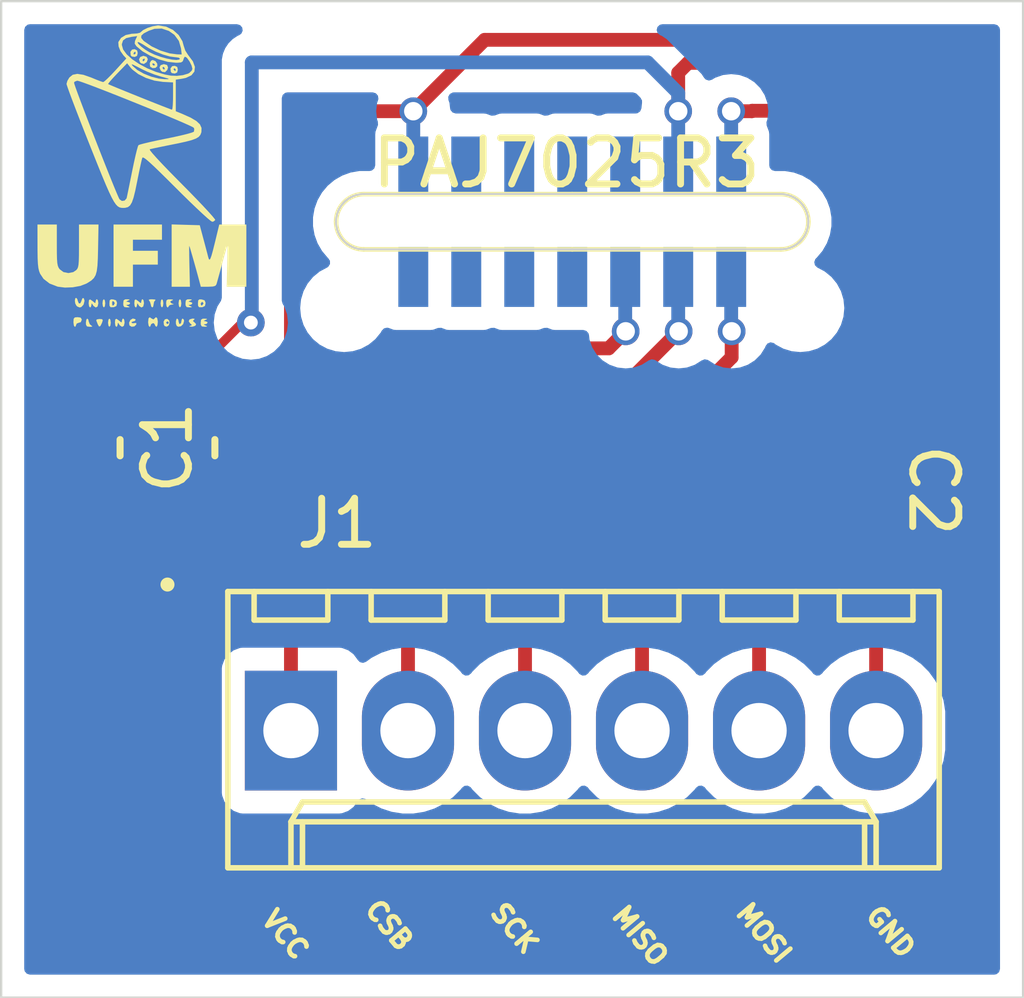
<source format=kicad_pcb>
(kicad_pcb (version 20240108) (generator "pcbnew") (generator_version "8.0")
  (layers (0 "F.Cu" signal) (31 "B.Cu" signal) (34 "B.Paste" user) (35 "F.Paste" user) (36 "B.SilkS" user "B.Silkscreen") (37 "F.SilkS" user "F.Silkscreen") (38 "B.Mask" user) (39 "F.Mask" user) (44 "Edge.Cuts" user))
  (net 0 "")
  (net 6 "GND")
  (net 7 "VCC")
  (net 8 "Net-(J1-Pin_4)")
  (net 10 "Net-(J1-Pin_5)")
  (net 11 "Net-(J1-Pin_2)")
  (net 14 "Net-(J1-Pin_3)")
  (footprint "Library:PAJ7025R3" (layer "F.Cu") (at 125.925 83.7)
    (property "Reference" "PAJ7025R3" (hide yes))
    (property "Value" "~" (hide yes))
    (fp_line (start 0 -0.6) (end -4.525 -0.6) (stroke (width 0.1)) (layer "F.SilkS"))
    (fp_line (start 0 -0.6) (end 4.525 -0.6) (stroke (width 0.1)) (layer "F.SilkS"))
    (fp_line (start 0 0.6) (end -4.525 0.6) (stroke (width 0.1)) (layer "F.SilkS"))
    (fp_line (start 0 0.6) (end 4.525 0.6) (stroke (width 0.1)) (layer "F.SilkS"))
    (fp_arc (start -5.125 0) (mid -4.949264 -0.424264) (end -4.525 -0.6) (stroke (width 0.1)) (layer "F.SilkS"))
    (fp_arc (start -4.525 0.6) (mid -4.949264 0.424264) (end -5.125 0) (stroke (width 0.1)) (layer "F.SilkS"))
    (fp_arc (start 4.525 -0.6) (mid 4.949264 -0.424264) (end 5.125 0) (stroke (width 0.1)) (layer "F.SilkS"))
    (fp_arc (start 5.125 0) (mid 4.949264 0.424264) (end 4.525 0.6) (stroke (width 0.1)) (layer "F.SilkS"))
    (pad "" np_thru_hole oval (at -4.95 1.875) (size 0.9 0.9) (drill 0.9) (layers "F&B.Cu"))
    (pad "" np_thru_hole oval (at 4.95 1.875) (size 0.9 0.9) (drill 0.9) (layers "*.Cu"))
    (pad "1" smd rect (at -3.45 1.2) (size 0.65 1.3) (layers "B.Cu" "B.Paste" "B.Mask"))
    (pad "2" smd rect (at -2.3 1.2) (size 0.65 1.3) (layers "B.Cu" "B.Paste" "B.Mask"))
    (pad "3" smd rect (at -1.15 1.2) (size 0.65 1.3) (layers "B.Cu" "B.Paste" "B.Mask"))
    (pad "4" smd rect (at 0 1.2) (size 0.65 1.3) (layers "B.Cu" "B.Paste" "B.Mask"))
    (pad "5" smd rect (at 1.15 1.2) (size 0.65 1.3) (layers "B.Cu" "B.Paste" "B.Mask") (net 11 "Net-(J1-Pin_2)"))
    (pad "6" smd rect (at 2.3 1.2) (size 0.65 1.3) (layers "B.Cu" "B.Paste" "B.Mask") (net 14 "Net-(J1-Pin_3)"))
    (pad "7" smd rect (at 3.45 1.2) (size 0.65 1.3) (layers "B.Cu" "B.Paste" "B.Mask") (net 8 "Net-(J1-Pin_4)"))
    (pad "8" smd rect (at 3.45 -1.2) (size 0.65 1.3) (layers "B.Cu" "B.Paste" "B.Mask") (net 10 "Net-(J1-Pin_5)"))
    (pad "9" smd rect (at 2.3 -1.2) (size 0.65 1.3) (layers "B.Cu" "B.Paste" "B.Mask") (net 6 "GND"))
    (pad "10" smd rect (at 1.15 -1.2) (size 0.65 1.3) (layers "B.Cu" "B.Paste" "B.Mask"))
    (pad "11" smd rect (at 0 -1.2) (size 0.65 1.3) (layers "B.Cu" "B.Paste" "B.Mask"))
    (pad "12" smd rect (at -1.15 -1.2) (size 0.65 1.3) (layers "B.Cu" "B.Paste" "B.Mask"))
    (pad "13" smd rect (at -2.3 -1.2) (size 0.65 1.3) (layers "B.Cu" "B.Paste" "B.Mask"))
    (pad "14" smd rect (at -3.45 -1.2) (size 0.65 1.3) (layers "B.Cu" "B.Paste" "B.Mask") (net 7 "VCC"))
  )
  (footprint "Library:TAJA106K016RNJ 10uF" (layer "F.Cu") (at 117.14 88.606663 90)
    (property "Reference" "C1" (at 0 0 90) (layer "F.SilkS"))
    (property "Value" "10uF")
    (fp_line (start 0.17649 -1.0287) (end -0.17649 -1.0287) (stroke (width 0.1524)) (layer "F.SilkS"))
    (fp_line (start -0.17649 1.0287) (end 0.17649 1.0287) (stroke (width 0.1524)) (layer "F.SilkS"))
    (fp_circle (center -2.9718 0) (end -2.8956 0) (stroke (width 0.1524)) (fill none) (layer "F.SilkS"))
    (pad "1" smd rect (at -1.086663 0 180) (size 1.397 1.738275) (layers "F.Cu" "F.Paste" "F.Mask") (net 7 "VCC"))
    (pad "2" smd rect (at 1.086663 0 180) (size 1.397 1.738275) (layers "F.Cu" "F.Paste" "F.Mask") (net 6 "GND"))
  )
  (footprint "Library:GRM155R71C104KA88D 0.1uF" (layer "F.Cu") (at 133.77 89.5323 -90)
    (property "Reference" "C2" (at 0 0 -90) (layer "F.SilkS"))
    (property "Value" "0.1uF")
    (pad "1" smd rect (at -0.6223 0 270) (size 0.9144 0.6096) (layers "F.Cu" "F.Paste" "F.Mask") (net 7 "VCC"))
    (pad "2" smd rect (at 0.6223 0 270) (size 0.9144 0.6096) (layers "F.Cu" "F.Paste" "F.Mask") (net 6 "GND"))
  )
  (footprint "Library:Molex_KK-6410-06_06x2.54mm_Straight" (layer "F.Cu") (at 119.82 94.75)
    (property "Reference" "J1" (at 1 -4.5 0) (layer "F.SilkS"))
    (property "Value" "Conn_01x06")
    (fp_line (start -1.37 -3.02) (end -1.37 2.98) (stroke (width 0.12)) (layer "F.SilkS"))
    (fp_line (start -1.37 2.98) (end 14.07 2.98) (stroke (width 0.12)) (layer "F.SilkS"))
    (fp_line (start -0.8 -3.02) (end -0.8 -2.4) (stroke (width 0.12)) (layer "F.SilkS"))
    (fp_line (start -0.8 -2.4) (end 0.8 -2.4) (stroke (width 0.12)) (layer "F.SilkS"))
    (fp_line (start 0 1.98) (end 0.25 1.55) (stroke (width 0.12)) (layer "F.SilkS"))
    (fp_line (start 0 1.98) (end 12.7 1.98) (stroke (width 0.12)) (layer "F.SilkS"))
    (fp_line (start 0 2.98) (end 0 1.98) (stroke (width 0.12)) (layer "F.SilkS"))
    (fp_line (start 0.25 1.55) (end 12.45 1.55) (stroke (width 0.12)) (layer "F.SilkS"))
    (fp_line (start 0.25 2.98) (end 0.25 1.98) (stroke (width 0.12)) (layer "F.SilkS"))
    (fp_line (start 0.8 -2.4) (end 0.8 -3.02) (stroke (width 0.12)) (layer "F.SilkS"))
    (fp_line (start 1.74 -3.02) (end 1.74 -2.4) (stroke (width 0.12)) (layer "F.SilkS"))
    (fp_line (start 1.74 -2.4) (end 3.34 -2.4) (stroke (width 0.12)) (layer "F.SilkS"))
    (fp_line (start 3.34 -2.4) (end 3.34 -3.02) (stroke (width 0.12)) (layer "F.SilkS"))
    (fp_line (start 4.28 -3.02) (end 4.28 -2.4) (stroke (width 0.12)) (layer "F.SilkS"))
    (fp_line (start 4.28 -2.4) (end 5.88 -2.4) (stroke (width 0.12)) (layer "F.SilkS"))
    (fp_line (start 5.88 -2.4) (end 5.88 -3.02) (stroke (width 0.12)) (layer "F.SilkS"))
    (fp_line (start 6.82 -3.02) (end 6.82 -2.4) (stroke (width 0.12)) (layer "F.SilkS"))
    (fp_line (start 6.82 -2.4) (end 8.42 -2.4) (stroke (width 0.12)) (layer "F.SilkS"))
    (fp_line (start 8.42 -2.4) (end 8.42 -3.02) (stroke (width 0.12)) (layer "F.SilkS"))
    (fp_line (start 9.36 -3.02) (end 9.36 -2.4) (stroke (width 0.12)) (layer "F.SilkS"))
    (fp_line (start 9.36 -2.4) (end 10.96 -2.4) (stroke (width 0.12)) (layer "F.SilkS"))
    (fp_line (start 10.96 -2.4) (end 10.96 -3.02) (stroke (width 0.12)) (layer "F.SilkS"))
    (fp_line (start 11.9 -3.02) (end 11.9 -2.4) (stroke (width 0.12)) (layer "F.SilkS"))
    (fp_line (start 11.9 -2.4) (end 13.5 -2.4) (stroke (width 0.12)) (layer "F.SilkS"))
    (fp_line (start 12.45 1.55) (end 12.7 1.98) (stroke (width 0.12)) (layer "F.SilkS"))
    (fp_line (start 12.45 2.98) (end 12.45 1.98) (stroke (width 0.12)) (layer "F.SilkS"))
    (fp_line (start 12.7 1.98) (end 12.7 2.98) (stroke (width 0.12)) (layer "F.SilkS"))
    (fp_line (start 13.5 -2.4) (end 13.5 -3.02) (stroke (width 0.12)) (layer "F.SilkS"))
    (fp_line (start 14.07 -3.02) (end -1.37 -3.02) (stroke (width 0.12)) (layer "F.SilkS"))
    (fp_line (start 14.07 2.98) (end 14.07 -3.02) (stroke (width 0.12)) (layer "F.SilkS"))
    (pad "1" thru_hole rect (at 0 0) (size 2 2.6) (drill 1.2) (layers "*.Cu" "*.Mask") (net 7 "VCC"))
    (pad "2" thru_hole oval (at 2.54 0) (size 2 2.6) (drill 1.2) (layers "*.Cu" "*.Mask") (net 11 "Net-(J1-Pin_2)"))
    (pad "3" thru_hole oval (at 5.08 0) (size 2 2.6) (drill 1.2) (layers "*.Cu" "*.Mask") (net 14 "Net-(J1-Pin_3)"))
    (pad "4" thru_hole oval (at 7.62 0) (size 2 2.6) (drill 1.2) (layers "*.Cu" "*.Mask") (net 8 "Net-(J1-Pin_4)"))
    (pad "5" thru_hole oval (at 10.16 0) (size 2 2.6) (drill 1.2) (layers "*.Cu" "*.Mask") (net 10 "Net-(J1-Pin_5)"))
    (pad "6" thru_hole oval (at 12.7 0) (size 2 2.6) (drill 1.2) (layers "*.Cu" "*.Mask") (net 6 "GND"))
  )
  (footprint "LOGO" (layer "F.Cu") (at 116.57 83.13)
    (property "Reference" "G***" (hide yes))
    (property "Value" "LOGO" (hide yes))
    (fp_poly (pts (xy -0.847338 2.686528) (xy -0.834209 2.711826) (xy -0.851741 2.767179) (xy -0.88601 2.836046) (xy -0.915746 2.845956) (xy -0.942263 2.799704) (xy -0.966674 2.736885) (xy -0.976622 2.714637) (xy -0.96347 2.690696) (xy -0.90604 2.682112)) (fill solid) (layer "F.SilkS"))
    (fp_poly (pts (xy -0.789558 2.277862) (xy -0.780617 2.340723) (xy -0.780615 2.341844) (xy -0.789312 2.405085) (xy -0.810265 2.431908) (xy -0.810639 2.431915) (xy -0.831719 2.405825) (xy -0.84066 2.342964) (xy -0.840662 2.341844) (xy -0.831966 2.278602) (xy -0.811012 2.25178) (xy -0.810639 2.251773)) (fill solid) (layer "F.SilkS"))
    (fp_poly (pts (xy -0.669463 2.698193) (xy -0.660523 2.761054) (xy -0.66052 2.762175) (xy -0.669217 2.825416) (xy -0.690171 2.852239) (xy -0.690544 2.852246) (xy -0.711625 2.826156) (xy -0.720565 2.763295) (xy -0.720568 2.762175) (xy -0.711871 2.698933) (xy -0.690918 2.672111) (xy -0.690544 2.672104)) (fill solid) (layer "F.SilkS"))
    (fp_poly (pts (xy 0.471435 2.277862) (xy 0.480376 2.340723) (xy 0.480378 2.341844) (xy 0.471681 2.405085) (xy 0.450728 2.431908) (xy 0.450354 2.431915) (xy 0.429274 2.405825) (xy 0.420333 2.342964) (xy 0.420331 2.341844) (xy 0.429027 2.278602) (xy 0.449981 2.25178) (xy 0.450354 2.251773)) (fill solid) (layer "F.SilkS"))
    (fp_poly (pts (xy 0.861742 2.277862) (xy 0.870683 2.340723) (xy 0.870685 2.341844) (xy 0.861989 2.405085) (xy 0.841035 2.431908) (xy 0.840662 2.431915) (xy 0.819581 2.405825) (xy 0.81064 2.342964) (xy 0.810638 2.341844) (xy 0.819334 2.278602) (xy 0.840288 2.25178) (xy 0.840662 2.251773)) (fill solid) (layer "F.SilkS"))
    (fp_poly (pts (xy -1.146325 2.697183) (xy -1.140899 2.730659) (xy -1.117105 2.793466) (xy -1.088357 2.819817) (xy -1.059311 2.841574) (xy -1.080828 2.850045) (xy -1.118381 2.851333) (xy -1.177011 2.84371) (xy -1.198603 2.806608) (xy -1.200946 2.762175) (xy -1.192249 2.698933) (xy -1.171296 2.672111) (xy -1.170922 2.672104)) (fill solid) (layer "F.SilkS"))
    (fp_poly (pts (xy 0.299585 2.259264) (xy 0.312711 2.26897) (xy 0.307742 2.271657) (xy 0.278722 2.310046) (xy 0.270212 2.359357) (xy 0.259613 2.414573) (xy 0.240189 2.431915) (xy 0.214951 2.407054) (xy 0.210165 2.377872) (xy 0.191156 2.311273) (xy 0.174137 2.287801) (xy 0.16229 2.263773) (xy 0.197411 2.25442) (xy 0.24169 2.254143)) (fill solid) (layer "F.SilkS"))
    (fp_poly (pts (xy -1.315159 2.651516) (xy -1.291946 2.686627) (xy -1.291017 2.702127) (xy -1.312247 2.752306) (xy -1.351064 2.762175) (xy -1.399966 2.780948) (xy -1.411111 2.80721) (xy -1.427323 2.847165) (xy -1.441135 2.852246) (xy -1.46098 2.825852) (xy -1.470899 2.760953) (xy -1.471159 2.747163) (xy -1.466138 2.676562) (xy -1.440669 2.647604) (xy -1.381088 2.64208)) (fill solid) (layer "F.SilkS"))
    (fp_poly (pts (xy 0.925947 2.696964) (xy 0.930733 2.726146) (xy 0.910428 2.79436) (xy 0.862082 2.840008) (xy 0.804549 2.850602) (xy 0.770606 2.83223) (xy 0.753299 2.788683) (xy 0.752276 2.729183) (xy 0.765753 2.682301) (xy 0.780614 2.672104) (xy 0.805008 2.69725) (xy 0.810638 2.732151) (xy 0.823211 2.780938) (xy 0.840662 2.792198) (xy 0.865055 2.767052) (xy 0.870685 2.732151) (xy 0.883258 2.683364) (xy 0.900709 2.672104)) (fill solid) (layer "F.SilkS"))
    (fp_poly (pts (xy -1.387742 2.247277) (xy -1.37567 2.289302) (xy -1.353925 2.342153) (xy -1.322445 2.342434) (xy -1.297955 2.291478) (xy -1.296435 2.282986) (xy -1.274856 2.229876) (xy -1.247177 2.229699) (xy -1.231247 2.280325) (xy -1.23097 2.290803) (xy -1.250667 2.369344) (xy -1.299292 2.421768) (xy -1.336052 2.431915) (xy -1.384512 2.412659) (xy -1.405107 2.395886) (xy -1.431171 2.346872) (xy -1.440451 2.284902) (xy -1.431766 2.235402) (xy -1.4132 2.221749)) (fill solid) (layer "F.SilkS"))
    (fp_poly (pts (xy -0.130441 2.685068) (xy -0.120095 2.702127) (xy -0.144413 2.728764) (xy -0.16513 2.732151) (xy -0.205107 2.74687) (xy -0.210166 2.759364) (xy -0.186235 2.774749) (xy -0.149672 2.770757) (xy -0.106359 2.768264) (xy -0.106954 2.801213) (xy -0.107849 2.803592) (xy -0.148588 2.842763) (xy -0.208332 2.850335) (xy -0.255131 2.822332) (xy -0.255367 2.821953) (xy -0.263798 2.76205) (xy -0.235541 2.702972) (xy -0.184927 2.672515) (xy -0.178119 2.672104)) (fill solid) (layer "F.SilkS"))
    (fp_poly (pts (xy -0.089085 -3.151188) (xy -0.075059 -3.092435) (xy -0.091561 -3.030586) (xy -0.142747 -3.007765) (xy -0.206079 -3.01867) (xy -0.228524 -3.045294) (xy -0.232762 -3.092435) (xy -0.16513 -3.092435) (xy -0.16275 -3.064769) (xy -0.15189 -3.062412) (xy -0.121317 -3.084206) (xy -0.120095 -3.092435) (xy -0.130339 -3.121678) (xy -0.133335 -3.122459) (xy -0.158968 -3.10142) (xy -0.16513 -3.092435) (xy -0.232762 -3.092435) (xy -0.235207 -3.119624) (xy -0.199238 -3.168102) (xy -0.142747 -3.177106)) (fill solid) (layer "F.SilkS"))
    (fp_poly (pts (xy 0.450354 0.795626) (xy 0.450354 0.960756) (xy 0.135106 0.960756) (xy -0.180142 0.960756) (xy -0.180142 1.080851) (xy -0.180142 1.200945) (xy 0.090071 1.200945) (xy 0.360283 1.200945) (xy 0.360283 1.351063) (xy 0.360283 1.501182) (xy 0.090071 1.501182) (xy -0.180142 1.501182) (xy -0.180142 1.741371) (xy -0.180142 1.98156) (xy -0.390308 1.98156) (xy -0.600473 1.98156) (xy -0.600473 1.306028) (xy -0.600473 0.630496) (xy -0.075059 0.630496) (xy 0.450354 0.630496)) (fill solid) (layer "F.SilkS"))
    (fp_poly (pts (xy 0.606292 2.713537) (xy 0.615484 2.762175) (xy 0.596922 2.820863) (xy 0.555122 2.848651) (xy 0.510914 2.837562) (xy 0.492087 2.809429) (xy 0.487544 2.762175) (xy 0.540425 2.762175) (xy 0.563272 2.791326) (xy 0.570449 2.792198) (xy 0.5996 2.769351) (xy 0.600472 2.762175) (xy 0.577625 2.733023) (xy 0.570449 2.732151) (xy 0.541298 2.754998) (xy 0.540425 2.762175) (xy 0.487544 2.762175) (xy 0.485376 2.739629) (xy 0.514001 2.689392) (xy 0.562852 2.677802)) (fill solid) (layer "F.SilkS"))
    (fp_poly (pts (xy 0.688797 2.260855) (xy 0.690111 2.270257) (xy 0.683037 2.272469) (xy 0.638532 2.296144) (xy 0.630496 2.31182) (xy 0.655197 2.339977) (xy 0.683037 2.351171) (xy 0.709764 2.362019) (xy 0.679136 2.367734) (xy 0.668026 2.368384) (xy 0.61523 2.382454) (xy 0.600472 2.401891) (xy 0.577625 2.431042) (xy 0.570449 2.431915) (xy 0.549368 2.405825) (xy 0.540428 2.342964) (xy 0.540425 2.341844) (xy 0.546637 2.280115) (xy 0.577734 2.256971) (xy 0.638002 2.255255)) (fill solid) (layer "F.SilkS"))
    (fp_poly (pts (xy 0.781601 -2.790904) (xy 0.795626 -2.732152) (xy 0.779125 -2.670302) (xy 0.727939 -2.647481) (xy 0.664607 -2.658386) (xy 0.642162 -2.68501) (xy 0.636878 -2.743782) (xy 0.700864 -2.743782) (xy 0.705555 -2.732152) (xy 0.732535 -2.70351) (xy 0.737351 -2.702128) (xy 0.750246 -2.725357) (xy 0.750591 -2.732152) (xy 0.72751 -2.761022) (xy 0.718795 -2.762175) (xy 0.700864 -2.743782) (xy 0.636878 -2.743782) (xy 0.635479 -2.759341) (xy 0.671447 -2.807818) (xy 0.727939 -2.816822)) (fill solid) (layer "F.SilkS"))
    (fp_poly (pts (xy 1.161798 2.678269) (xy 1.14786 2.697102) (xy 1.144802 2.699079) (xy 1.12184 2.72494) (xy 1.152076 2.752189) (xy 1.156523 2.754713) (xy 1.191737 2.792718) (xy 1.176552 2.827737) (xy 1.119928 2.847722) (xy 1.086585 2.848763) (xy 1.040232 2.843264) (xy 1.053283 2.833118) (xy 1.060492 2.831134) (xy 1.098184 2.816879) (xy 1.084457 2.795042) (xy 1.063411 2.779124) (xy 1.030225 2.732333) (xy 1.04859 2.691927) (xy 1.110609 2.672739) (xy 1.120152 2.672563)) (fill solid) (layer "F.SilkS"))
    (fp_poly (pts (xy 0.30914 -2.917989) (xy 0.347872 -2.862608) (xy 0.349573 -2.807593) (xy 0.308955 -2.770314) (xy 0.248551 -2.76543) (xy 0.199005 -2.793014) (xy 0.190999 -2.807211) (xy 0.187222 -2.854018) (xy 0.240189 -2.854018) (xy 0.261983 -2.823444) (xy 0.270212 -2.822223) (xy 0.299455 -2.832466) (xy 0.300236 -2.835462) (xy 0.279197 -2.861096) (xy 0.270212 -2.867258) (xy 0.242546 -2.864878) (xy 0.240189 -2.854018) (xy 0.187222 -2.854018) (xy 0.185508 -2.875265) (xy 0.213812 -2.927789) (xy 0.250582 -2.942317)) (fill solid) (layer "F.SilkS"))
    (fp_poly (pts (xy 0.561336 -2.833012) (xy 0.582574 -2.780155) (xy 0.565335 -2.724646) (xy 0.5166 -2.677584) (xy 0.456276 -2.68554) (xy 0.420648 -2.716757) (xy 0.39879 -2.773805) (xy 0.460675 -2.773805) (xy 0.465366 -2.762175) (xy 0.492346 -2.733533) (xy 0.497162 -2.732152) (xy 0.510057 -2.755381) (xy 0.510402 -2.762175) (xy 0.487321 -2.791045) (xy 0.478606 -2.792199) (xy 0.460675 -2.773805) (xy 0.39879 -2.773805) (xy 0.396471 -2.779858) (xy 0.422873 -2.830861) (xy 0.490631 -2.852241) (xy 0.491945 -2.852246)) (fill solid) (layer "F.SilkS"))
    (fp_poly (pts (xy -0.607979 2.257284) (xy -0.546134 2.276402) (xy -0.525963 2.325124) (xy -0.525414 2.341844) (xy -0.538616 2.399586) (xy -0.589657 2.423796) (xy -0.607979 2.426403) (xy -0.665376 2.426324) (xy -0.687387 2.396349) (xy -0.690544 2.341844) (xy -0.630497 2.341844) (xy -0.624442 2.389565) (xy -0.601803 2.384769) (xy -0.594468 2.377872) (xy -0.573899 2.337016) (xy -0.594468 2.305815) (xy -0.621356 2.291037) (xy -0.630278 2.327393) (xy -0.630497 2.341844) (xy -0.690544 2.341844) (xy -0.684678 2.277131) (xy -0.656143 2.255339)) (fill solid) (layer "F.SilkS"))
    (fp_poly (pts (xy -0.254338 2.257532) (xy -0.256224 2.268177) (xy -0.285225 2.281796) (xy -0.323998 2.301602) (xy -0.308314 2.308825) (xy -0.292731 2.30971) (xy -0.248117 2.325716) (xy -0.240189 2.341844) (xy -0.265065 2.368337) (xy -0.292731 2.373977) (xy -0.324865 2.378861) (xy -0.303182 2.393948) (xy -0.285225 2.401891) (xy -0.249635 2.420325) (xy -0.266221 2.427902) (xy -0.307743 2.429804) (xy -0.366304 2.423206) (xy -0.38791 2.386936) (xy -0.390308 2.341844) (xy -0.382887 2.278148) (xy -0.349134 2.255441) (xy -0.307743 2.253883)) (fill solid) (layer "F.SilkS"))
    (fp_poly (pts (xy 0.117127 -3.011469) (xy 0.143895 -2.960564) (xy 0.120232 -2.897451) (xy 0.119777 -2.896899) (xy 0.057594 -2.855416) (xy -0.005378 -2.872451) (xy -0.026866 -2.893476) (xy -0.043873 -2.942317) (xy 0.030023 -2.942317) (xy 0.040267 -2.913074) (xy 0.043263 -2.912293) (xy 0.068896 -2.933332) (xy 0.075059 -2.942317) (xy 0.072678 -2.969983) (xy 0.061819 -2.972341) (xy 0.031245 -2.950546) (xy 0.030023 -2.942317) (xy -0.043873 -2.942317) (xy -0.048253 -2.954897) (xy -0.021406 -3.007714) (xy 0.042896 -3.032238) (xy 0.04919 -3.032388)) (fill solid) (layer "F.SilkS"))
    (fp_poly (pts (xy 1.096726 2.257532) (xy 1.094839 2.268177) (xy 1.065839 2.281796) (xy 1.027065 2.301602) (xy 1.04275 2.308825) (xy 1.058333 2.30971) (xy 1.102947 2.325716) (xy 1.110874 2.341844) (xy 1.085999 2.368337) (xy 1.058333 2.373977) (xy 1.026199 2.378861) (xy 1.047882 2.393948) (xy 1.065839 2.401891) (xy 1.101429 2.420325) (xy 1.084843 2.427902) (xy 1.043321 2.429804) (xy 0.98476 2.423206) (xy 0.963154 2.386936) (xy 0.960756 2.341844) (xy 0.968176 2.278148) (xy 1.00193 2.255441) (xy 1.043321 2.253883)) (fill solid) (layer "F.SilkS"))
    (fp_poly (pts (xy 1.426986 2.677863) (xy 1.425099 2.688508) (xy 1.396099 2.702127) (xy 1.357326 2.721933) (xy 1.37301 2.729156) (xy 1.388593 2.730041) (xy 1.433207 2.746047) (xy 1.441134 2.762175) (xy 1.416259 2.788667) (xy 1.388593 2.794308) (xy 1.356459 2.799192) (xy 1.378142 2.814279) (xy 1.396099 2.822222) (xy 1.431689 2.840656) (xy 1.415103 2.848233) (xy 1.373581 2.850135) (xy 1.31502 2.843537) (xy 1.293414 2.807267) (xy 1.291016 2.762175) (xy 1.298436 2.698479) (xy 1.33219 2.675772) (xy 1.373581 2.674214)) (fill solid) (layer "F.SilkS"))
    (fp_poly (pts (xy 0.347227 2.663242) (xy 0.360027 2.732627) (xy 0.360283 2.747163) (xy 0.352742 2.816619) (xy 0.3342 2.851338) (xy 0.33026 2.852246) (xy 0.302786 2.828314) (xy 0.300236 2.812214) (xy 0.276097 2.776782) (xy 0.255201 2.772182) (xy 0.21534 2.79364) (xy 0.210165 2.812214) (xy 0.192217 2.848845) (xy 0.180142 2.852246) (xy 0.160297 2.825852) (xy 0.150377 2.760953) (xy 0.150118 2.747163) (xy 0.158376 2.667647) (xy 0.18457 2.644149) (xy 0.230795 2.67472) (xy 0.267036 2.691122) (xy 0.283607 2.67472) (xy 0.319653 2.641955)) (fill solid) (layer "F.SilkS"))
    (fp_poly (pts (xy 1.313534 2.257284) (xy 1.375379 2.276402) (xy 1.39555 2.325124) (xy 1.396099 2.341844) (xy 1.382897 2.399586) (xy 1.331856 2.423796) (xy 1.313534 2.426403) (xy 1.256137 2.426324) (xy 1.234126 2.396349) (xy 1.231941 2.358627) (xy 1.291016 2.358627) (xy 1.305571 2.389704) (xy 1.32104 2.386879) (xy 1.349918 2.348495) (xy 1.351063 2.340072) (xy 1.328163 2.312629) (xy 1.32104 2.31182) (xy 1.294691 2.336258) (xy 1.291016 2.358627) (xy 1.231941 2.358627) (xy 1.230969 2.341844) (xy 1.236835 2.277131) (xy 1.26537 2.255339)) (fill solid) (layer "F.SilkS"))
    (fp_poly (pts (xy -0.939676 2.277862) (xy -0.930736 2.340723) (xy -0.930733 2.341844) (xy -0.94704 2.41149) (xy -0.986414 2.432389) (xy -1.034538 2.399974) (xy -1.048423 2.379373) (xy -1.072466 2.342843) (xy -1.079345 2.358873) (xy -1.079938 2.379373) (xy -1.094899 2.423956) (xy -1.110875 2.431915) (xy -1.131956 2.405825) (xy -1.140896 2.342964) (xy -1.140899 2.341844) (xy -1.134067 2.271808) (xy -1.108105 2.256794) (xy -1.054811 2.293324) (xy -1.045686 2.301461) (xy -1.004965 2.33443) (xy -0.991819 2.325414) (xy -0.99078 2.301461) (xy -0.975905 2.258607) (xy -0.960757 2.251773)) (fill solid) (layer "F.SilkS"))
    (fp_poly (pts (xy -0.369227 2.698193) (xy -0.360286 2.761054) (xy -0.360284 2.762175) (xy -0.376591 2.831821) (xy -0.415965 2.85272) (xy -0.464089 2.820305) (xy -0.477974 2.799704) (xy -0.502017 2.763174) (xy -0.508896 2.779204) (xy -0.509489 2.799704) (xy -0.52445 2.844287) (xy -0.540426 2.852246) (xy -0.561506 2.826156) (xy -0.570447 2.763295) (xy -0.57045 2.762175) (xy -0.563618 2.692139) (xy -0.537656 2.677125) (xy -0.484362 2.713655) (xy -0.475237 2.721792) (xy -0.434515 2.754761) (xy -0.42137 2.745745) (xy -0.420331 2.721792) (xy -0.405456 2.678938) (xy -0.390308 2.672104)) (fill solid) (layer "F.SilkS"))
    (fp_poly (pts (xy 0.051104 2.277862) (xy 0.060045 2.340723) (xy 0.060047 2.341844) (xy 0.04374 2.41149) (xy 0.004366 2.432389) (xy -0.043758 2.399974) (xy -0.057643 2.379373) (xy -0.081686 2.342843) (xy -0.088565 2.358873) (xy -0.089158 2.379373) (xy -0.104119 2.423956) (xy -0.120095 2.431915) (xy -0.141175 2.405825) (xy -0.150116 2.342964) (xy -0.150119 2.341844) (xy -0.143287 2.271808) (xy -0.117325 2.256794) (xy -0.064031 2.293324) (xy -0.054906 2.301461) (xy -0.014184 2.33443) (xy -0.001039 2.325414) (xy 0 2.301461) (xy 0.014875 2.258607) (xy 0.030023 2.251773)) (fill solid) (layer "F.SilkS"))
    (fp_poly (pts (xy -1.831442 1.076802) (xy -1.830761 1.252039) (xy -1.827871 1.377953) (xy -1.821504 1.465259) (xy -1.810389 1.524672) (xy -1.793259 1.56691) (xy -1.769216 1.602215) (xy -1.686646 1.66333) (xy -1.581264 1.684428) (xy -1.476096 1.664285) (xy -1.411111 1.621276) (xy -1.388134 1.593663) (xy -1.371867 1.557589) (xy -1.36117 1.503065) (xy -1.3549 1.420101) (xy -1.351916 1.298708) (xy -1.351076 1.128895) (xy -1.351064 1.095863) (xy -1.351064 0.630496) (xy -1.138963 0.630496) (xy -0.926863 0.630496) (xy -0.936304 1.153816) (xy -0.941272 1.364183) (xy -0.949682 1.52392) (xy -0.964717 1.642445) (xy -0.989564 1.729175) (xy -1.027405 1.793528) (xy -1.081425 1.844921) (xy -1.154808 1.892771) (xy -1.193656 1.914908) (xy -1.323445 1.964447) (xy -1.485795 1.993716) (xy -1.655876 2.000116) (xy -1.808862 1.981046) (xy -1.81375 1.979848) (xy -1.988409 1.912524) (xy -2.120264 1.810611) (xy -2.194612 1.699202) (xy -2.216676 1.641447) (xy -2.232261 1.573707) (xy -2.242429 1.484781) (xy -2.248243 1.363468) (xy -2.250765 1.19857) (xy -2.251114 1.103368) (xy -2.251773 0.630496) (xy -2.041608 0.630496) (xy -1.831442 0.630496)) (fill solid) (layer "F.SilkS"))
    (fp_poly (pts (xy 0.965602 0.636952) (xy 1.270685 0.645508) (xy 1.351046 0.945744) (xy 1.387437 1.082342) (xy 1.420164 1.206319) (xy 1.444657 1.300315) (xy 1.453632 1.335627) (xy 1.468044 1.380874) (xy 1.483309 1.394266) (xy 1.501689 1.370656) (xy 1.525448 1.304898) (xy 1.55685 1.191845) (xy 1.598156 1.026351) (xy 1.608586 0.983274) (xy 1.693694 0.630496) (xy 1.987745 0.630496) (xy 2.281796 0.630496) (xy 2.281796 1.306028) (xy 2.281796 1.98156) (xy 2.068359 1.98156) (xy 1.854921 1.98156) (xy 1.865847 1.533559) (xy 1.869118 1.378137) (xy 1.870875 1.247268) (xy 1.871064 1.151092) (xy 1.869627 1.099745) (xy 1.868286 1.094046) (xy 1.857713 1.124526) (xy 1.834708 1.202058) (xy 1.802421 1.315702) (xy 1.764001 1.45452) (xy 1.754451 1.489506) (xy 1.714039 1.637516) (xy 1.678265 1.767737) (xy 1.650612 1.867544) (xy 1.634564 1.924314) (xy 1.633167 1.929019) (xy 1.610241 1.960912) (xy 1.556868 1.977008) (xy 1.458655 1.981557) (xy 1.45528 1.98156) (xy 1.293331 1.98156) (xy 1.259461 1.853959) (xy 1.224438 1.723956) (xy 1.185185 1.581349) (xy 1.145065 1.437965) (xy 1.107439 1.305631) (xy 1.07567 1.196177) (xy 1.053118 1.121429) (xy 1.043252 1.093291) (xy 1.041246 1.118772) (xy 1.040855 1.194115) (xy 1.042004 1.309159) (xy 1.044619 1.453741) (xy 1.046445 1.533559) (xy 1.057372 1.98156) (xy 0.858946 1.98156) (xy 0.66052 1.98156) (xy 0.66052 1.304978) (xy 0.66052 0.628395)) (fill solid) (layer "F.SilkS"))
    (fp_poly (pts (xy 0.541157 -3.666641) (xy 0.690897 -3.594172) (xy 0.812735 -3.485) (xy 0.894893 -3.348625) (xy 0.921 -3.25285) (xy 0.956359 -3.146485) (xy 1.018859 -3.049814) (xy 1.021046 -3.0474) (xy 1.12141 -2.913038) (xy 1.165679 -2.792976) (xy 1.154803 -2.690756) (xy 1.089733 -2.609922) (xy 0.97142 -2.554014) (xy 0.883584 -2.535112) (xy 0.750591 -2.515168) (xy 0.750591 -2.172238) (xy 0.750591 -1.829308) (xy 0.893203 -1.770991) (xy 1.072054 -1.691057) (xy 1.197393 -1.61732) (xy 1.274636 -1.54443) (xy 1.309197 -1.467036) (xy 1.306491 -1.379789) (xy 1.303279 -1.365812) (xy 1.28363 -1.314718) (xy 1.247857 -1.27267) (xy 1.188009 -1.236351) (xy 1.096135 -1.202446) (xy 0.964285 -1.167636) (xy 0.784509 -1.128606) (xy 0.68833 -1.109272) (xy 0.526627 -1.076905) (xy 0.384098 -1.04772) (xy 0.27191 -1.024054) (xy 0.20123 -1.008245) (xy 0.183935 -1.003692) (xy 0.193109 -0.979245) (xy 0.243397 -0.915692) (xy 0.332552 -0.815465) (xy 0.458328 -0.680998) (xy 0.61848 -0.514724) (xy 0.810761 -0.319077) (xy 0.882145 -0.247213) (xy 1.054273 -0.072919) (xy 1.211401 0.088953) (xy 1.348796 0.233312) (xy 1.461726 0.355067) (xy 1.545458 0.449125) (xy 1.595259 0.510397) (xy 1.607368 0.532919) (xy 1.569076 0.565073) (xy 1.539419 0.570449) (xy 1.505677 0.549769) (xy 1.43495 0.490841) (xy 1.332249 0.398333) (xy 1.202587 0.276915) (xy 1.050976 0.131254) (xy 0.88243 -0.033981) (xy 0.765368 -0.150469) (xy 0.565712 -0.349534) (xy 0.404066 -0.5088) (xy 0.276695 -0.631633) (xy 0.179864 -0.721397) (xy 0.109839 -0.781456) (xy 0.062883 -0.815175) (xy 0.035263 -0.825918) (xy 0.023755 -0.818495) (xy 0.010844 -0.771767) (xy -0.010814 -0.677557) (xy -0.038723 -0.547368) (xy -0.070386 -0.392701) (xy -0.088719 -0.300237) (xy -0.129673 -0.10118) (xy -0.166058 0.046029) (xy -0.201902 0.148972) (xy -0.241236 0.215228) (xy -0.288089 0.25238) (xy -0.346492 0.268006) (xy -0.39196 0.270212) (xy -0.434442 0.267752) (xy -0.473302 0.257325) (xy -0.510959 0.234364) (xy -0.54983 0.1943) (xy -0.592336 0.132564) (xy -0.640895 0.044589) (xy -0.697925 -0.074195) (xy -0.765845 -0.228355) (xy -0.847075 -0.42246) (xy -0.944033 -0.661078) (xy -1.059137 -0.948777) (xy -1.12489 -1.114069) (xy -1.22787 -1.374537) (xy -1.323627 -1.619273) (xy -1.409912 -1.842343) (xy -1.484474 -2.037813) (xy -1.545063 -2.199747) (xy -1.589431 -2.322212) (xy -1.615328 -2.399272) (xy -1.621277 -2.423554) (xy -1.61341 -2.452058) (xy -1.458333 -2.452058) (xy -1.45007 -2.418926) (xy -1.422151 -2.336944) (xy -1.37726 -2.212997) (xy -1.318078 -2.053974) (xy -1.247291 -1.866759) (xy -1.16758 -1.658239) (xy -1.081629 -1.435302) (xy -0.992121 -1.204833) (xy -0.90174 -0.97372) (xy -0.813169 -0.748847) (xy -0.729091 -0.537103) (xy -0.65219 -0.345374) (xy -0.585148 -0.180545) (xy -0.530649 -0.049504) (xy -0.491376 0.040862) (xy -0.470742 0.082565) (xy -0.419794 0.118453) (xy -0.360372 0.110392) (xy -0.318691 0.063448) (xy -0.315389 0.052541) (xy -0.304435 0.001861) (xy -0.284011 -0.096694) (xy -0.25637 -0.232104) (xy -0.223762 -0.393352) (xy -0.19449 -0.539158) (xy -0.159 -0.710192) (xy -0.125268 -0.861214) (xy -0.095739 -0.982145) (xy -0.072857 -1.062907) (xy -0.060284 -1.092624) (xy -0.022896 -1.10728) (xy 0.063947 -1.130791) (xy 0.19069 -1.160897) (xy 0.347776 -1.195341) (xy 0.525651 -1.231863) (xy 0.545217 -1.235741) (xy 0.72423 -1.272676) (xy 0.882926 -1.308421) (xy 1.011885 -1.340608) (xy 1.101683 -1.366869) (xy 1.142899 -1.384838) (xy 1.144065 -1.386212) (xy 1.151065 -1.441739) (xy 1.141679 -1.469541) (xy 1.10987 -1.489194) (xy 1.028987 -1.527782) (xy 0.905934 -1.582514) (xy 0.747616 -1.650598) (xy 0.560937 -1.729242) (xy 0.352803 -1.815655) (xy 0.130116 -1.907045) (xy -0.100217 -2.000621) (xy -0.331293 -2.093591) (xy -0.556207 -2.183163) (xy -0.768054 -2.266547) (xy -0.95993 -2.34095) (xy -1.12493 -2.403581) (xy -1.168884 -2.419682) (xy -0.718101 -2.419682) (xy -0.687506 -2.405155) (xy -0.610378 -2.372346) (xy -0.496041 -2.325001) (xy -0.353824 -2.266867) (xy -0.193053 -2.20169) (xy -0.023054 -2.133217) (xy 0.146845 -2.065193) (xy 0.307318 -2.001366) (xy 0.449038 -1.94548) (xy 0.562678 -1.901283) (xy 0.638913 -1.872521) (xy 0.668026 -1.862911) (xy 0.677521 -1.890162) (xy 0.685038 -1.964757) (xy 0.689609 -2.073999) (xy 0.690543 -2.158421) (xy 0.690543 -2.455376) (xy 0.471706 -2.466427) (xy 0.286851 -2.493803) (xy 0.102783 -2.552693) (xy -0.062982 -2.63542) (xy -0.19293 -2.734305) (xy -0.22826 -2.773244) (xy -0.283126 -2.842006) (xy -0.205999 -2.842006) (xy -0.189491 -2.818849) (xy -0.182536 -2.810363) (xy -0.08443 -2.724774) (xy 0.054793 -2.645767) (xy 0.216212 -2.581115) (xy 0.38091 -2.538591) (xy 0.510402 -2.525648) (xy 0.576393 -2.526197) (xy 0.600296 -2.530388) (xy 0.57767 -2.541358) (xy 0.504073 -2.562248) (xy 0.43152 -2.581395) (xy 0.287321 -2.626915) (xy 0.13236 -2.687541) (xy 0.026201 -2.73715) (xy -0.092139 -2.798443) (xy -0.165101 -2.834531) (xy -0.200462 -2.848143) (xy -0.205999 -2.842006) (xy -0.283126 -2.842006) (xy -0.305673 -2.870263) (xy -0.51816 -2.651125) (xy -0.605541 -2.558699) (xy -0.672909 -2.482991) (xy -0.712004 -2.433558) (xy -0.718101 -2.419682) (xy -1.168884 -2.419682) (xy -1.25615 -2.451649) (xy -1.346685 -2.482361) (xy -1.389536 -2.492929) (xy -1.443018 -2.472525) (xy -1.458333 -2.452058) (xy -1.61341 -2.452058) (xy -1.603285 -2.48874) (xy -1.559924 -2.561856) (xy -1.559051 -2.562973) (xy -1.486135 -2.621656) (xy -1.386656 -2.640958) (xy -1.254667 -2.620756) (xy -1.084219 -2.560928) (xy -1.064974 -2.552822) (xy -0.960218 -2.509703) (xy -0.87574 -2.477783) (xy -0.827647 -2.463096) (xy -0.824515 -2.462751) (xy -0.793042 -2.483389) (xy -0.730908 -2.540086) (xy -0.647314 -2.623992) (xy -0.558205 -2.718875) (xy -0.323054 -2.975812) (xy -0.384705 -3.04163) (xy -0.450501 -3.134405) (xy -0.490908 -3.235971) (xy -0.493305 -3.26823) (xy -0.420331 -3.26823) (xy -0.392422 -3.169811) (xy -0.314557 -3.06448) (xy -0.195533 -2.957734) (xy -0.044148 -2.855068) (xy 0.130804 -2.761977) (xy 0.320524 -2.683957) (xy 0.516218 -2.626504) (xy 0.645508 -2.602361) (xy 0.773796 -2.597512) (xy 0.905647 -2.613206) (xy 1.014601 -2.645563) (xy 1.043321 -2.66067) (xy 1.094182 -2.708678) (xy 1.110874 -2.749347) (xy 1.093311 -2.820797) (xy 1.050732 -2.907812) (xy 0.998298 -2.981329) (xy 0.981205 -2.997852) (xy 0.94667 -3.014318) (xy 0.925396 -2.982359) (xy 0.918606 -2.958136) (xy 0.900638 -2.9123) (xy 0.86517 -2.889841) (xy 0.794513 -2.88267) (xy 0.752694 -2.88227) (xy 0.577298 -2.901782) (xy 0.385371 -2.955021) (xy 0.195817 -3.034038) (xy 0.027543 -3.130888) (xy -0.100545 -3.237622) (xy -0.105504 -3.243019) (xy -0.141214 -3.297108) (xy -0.139094 -3.317718) (xy -0.079348 -3.317718) (xy -0.050514 -3.279195) (xy 0.007865 -3.226348) (xy 0.085448 -3.168472) (xy 0.171894 -3.114858) (xy 0.177313 -3.111884) (xy 0.293085 -3.05753) (xy 0.421601 -3.010903) (xy 0.550969 -2.974507) (xy 0.669295 -2.950842) (xy 0.764686 -2.942412) (xy 0.825247 -2.951718) (xy 0.840662 -2.972341) (xy 0.814378 -2.99264) (xy 0.750215 -3.002246) (xy 0.741409 -3.002364) (xy 0.6216 -3.018231) (xy 0.472825 -3.060873) (xy 0.315463 -3.12285) (xy 0.169894 -3.196726) (xy 0.114912 -3.231029) (xy 0.029483 -3.28516) (xy -0.038228 -3.322014) (xy -0.068298 -3.332624) (xy -0.079348 -3.317718) (xy -0.139094 -3.317718) (xy -0.135394 -3.353695) (xy -0.123626 -3.3819) (xy -0.105463 -3.421763) (xy -0.000155 -3.421763) (xy 0.045803 -3.364816) (xy 0.063196 -3.349594) (xy 0.227592 -3.237209) (xy 0.420203 -3.14627) (xy 0.618326 -3.085824) (xy 0.777013 -3.065096) (xy 0.878495 -3.062412) (xy 0.863575 -3.194776) (xy 0.816873 -3.356427) (xy 0.719487 -3.488811) (xy 0.59914 -3.573493) (xy 0.444458 -3.624934) (xy 0.288442 -3.618934) (xy 0.16513 -3.576912) (xy 0.0562 -3.520434) (xy 0.002208 -3.471177) (xy -0.000155 -3.421763) (xy -0.105463 -3.421763) (xy -0.087606 -3.460956) (xy -0.21011 -3.444525) (xy -0.327173 -3.416706) (xy -0.394228 -3.367478) (xy -0.419543 -3.289907) (xy -0.420331 -3.26823) (xy -0.493305 -3.26823) (xy -0.49741 -3.323489) (xy -0.49438 -3.335807) (xy -0.436944 -3.423359) (xy -0.33596 -3.484608) (xy -0.204921 -3.512009) (xy -0.177865 -3.512766) (xy -0.089503 -3.518611) (xy -0.028435 -3.533455) (xy -0.014747 -3.543219) (xy 0.040685 -3.591862) (xy 0.134773 -3.638316) (xy 0.246416 -3.674483) (xy 0.354514 -3.692267) (xy 0.375295 -3.692908)) (fill solid) (layer "F.SilkS"))
  )
  (gr_line (start 130.45 83.1) (end 121.399264 83.099264) (stroke (width 0.05)) (layer "Edge.Cuts"))
  (gr_arc (start 121.399264 84.300736) (mid 120.975 84.125) (end 120.799264 83.700736) (stroke (width 0.05)) (layer "Edge.Cuts"))
  (gr_arc (start 120.799264 83.699264) (mid 120.975 83.275) (end 121.399264 83.099264) (stroke (width 0.05)) (layer "Edge.Cuts"))
  (gr_line (start 121.399264 84.300736) (end 130.45 84.3) (stroke (width 0.05)) (layer "Edge.Cuts"))
  (gr_arc (start 131.05 83.7) (mid 130.874264 84.124264) (end 130.45 84.3) (stroke (width 0.05)) (layer "Edge.Cuts"))
  (gr_arc (start 130.45 83.1) (mid 130.874264 83.275736) (end 131.05 83.7) (stroke (width 0.05)) (layer "Edge.Cuts"))
  (gr_rect (start 113.53 78.91) (end 135.71 100.55) (stroke (width 0.05)) (fill none) (layer "Edge.Cuts"))
  (gr_text "PAJ7025R3\n" (at 125.8 82.425 0) (layer "F.SilkS") (effects (font (size 1 1))))
  (gr_text "VCC" (at 119.11 98.84 310) (layer "F.SilkS") (effects (font (size 0.4 0.4) (thickness 0.1)) (justify left bottom)))
  (gr_text "GND" (at 132.22 98.75 310) (layer "F.SilkS") (effects (font (size 0.4 0.4) (thickness 0.1)) (justify left bottom)))
  (gr_text "MOSI" (at 129.4 98.69 310) (layer "F.SilkS") (effects (font (size 0.4 0.4) (thickness 0.1)) (justify left bottom)))
  (gr_text "SCK" (at 124.07 98.69 310) (layer "F.SilkS") (effects (font (size 0.4 0.4) (thickness 0.1)) (justify left bottom)))
  (gr_text "CSB" (at 121.35 98.62 310) (layer "F.SilkS") (effects (font (size 0.4 0.4) (thickness 0.1)) (justify left bottom)))
  (gr_text "MISO" (at 126.71 98.75 310) (layer "F.SilkS") (effects (font (size 0.4 0.4) (thickness 0.1)) (justify left bottom)))
  (segment (start 118.95 85.89) (end 118.77 85.89) (width 0.2) (layer "F.Cu") (net 6))
  (segment (start 133.77 90.1546) (end 132.5354 90.1546) (width 0.2) (layer "F.Cu") (net 6))
  (segment (start 132.5354 90.1546) (end 132.52 90.17) (width 0.2) (layer "F.Cu") (net 6))
  (segment (start 118.77 85.89) (end 117.14 87.52) (width 0.2) (layer "F.Cu") (net 6))
  (segment (start 128.44 80.25) (end 133 80.25) (width 0.3) (layer "F.Cu") (net 6))
  (segment (start 133.14 80.39) (end 133.14 86.7) (width 0.3) (layer "F.Cu") (net 6))
  (segment (start 128.225 81.3) (end 128.225 80.465) (width 0.3) (layer "F.Cu") (net 6))
  (segment (start 132.52 94.75) (end 132.52 90.17) (width 0.3) (layer "F.Cu") (net 6))
  (segment (start 128.225 80.465) (end 128.44 80.25) (width 0.3) (layer "F.Cu") (net 6))
  (segment (start 132.52 90.17) (end 132.52 87.32) (width 0.3) (layer "F.Cu") (net 6))
  (segment (start 133 80.25) (end 133.14 80.39) (width 0.3) (layer "F.Cu") (net 6))
  (segment (start 132.52 87.32) (end 133.14 86.7) (width 0.3) (layer "F.Cu") (net 6))
  (via (at 128.225 81.3) (size 0.6) (drill 0.4) (layers "F.Cu" "B.Cu") (net 6))
  (via (at 118.95 85.89) (size 0.6) (drill 0.3) (layers "F.Cu" "B.Cu") (net 6))
  (segment (start 128.225 82.5) (end 128.225 81.3) (width 0.3) (layer "B.Cu") (net 6))
  (segment (start 128.225 80.905) (end 127.56 80.24) (width 0.3) (layer "B.Cu") (net 6))
  (segment (start 128.225 81.3) (end 128.225 80.905) (width 0.3) (layer "B.Cu") (net 6))
  (segment (start 118.97 85.87) (end 118.95 85.89) (width 0.3) (layer "B.Cu") (net 6))
  (segment (start 127.56 80.24) (end 118.97 80.24) (width 0.3) (layer "B.Cu") (net 6))
  (segment (start 118.97 80.24) (end 118.97 85.87) (width 0.3) (layer "B.Cu") (net 6))
  (segment (start 117.14 89.693326) (end 117.14 89.863963) (width 0.2) (layer "F.Cu") (net 7))
  (segment (start 117.14 89.863963) (end 117.706037 90.43) (width 0.2) (layer "F.Cu") (net 7))
  (segment (start 133.77 79.75) (end 124.025 79.75) (width 0.3) (layer "F.Cu") (net 7))
  (segment (start 124.025 79.75) (end 122.475 81.3) (width 0.3) (layer "F.Cu") (net 7))
  (segment (start 119.82 94.75) (end 119.82 90.43) (width 0.3) (layer "F.Cu") (net 7))
  (segment (start 119.82 90.43) (end 119.82 81.46) (width 0.3) (layer "F.Cu") (net 7))
  (segment (start 122.475 81.3) (end 119.98 81.3) (width 0.3) (layer "F.Cu") (net 7))
  (segment (start 117.706037 90.43) (end 119.82 90.43) (width 0.2) (layer "F.Cu") (net 7))
  (segment (start 133.77 88.91) (end 133.77 79.75) (width 0.3) (layer "F.Cu") (net 7))
  (segment (start 119.98 81.3) (end 119.82 81.46) (width 0.3) (layer "F.Cu") (net 7))
  (via (at 122.475 81.3) (size 0.6) (drill 0.4) (layers "F.Cu" "B.Cu") (net 7))
  (segment (start 122.475 82.5) (end 122.475 81.3) (width 0.3) (layer "B.Cu") (net 7))
  (segment (start 127.44 88.59) (end 129.385 86.645) (width 0.3) (layer "F.Cu") (net 8))
  (segment (start 127.44 94.75) (end 127.44 88.59) (width 0.3) (layer "F.Cu") (net 8))
  (segment (start 129.385 86.08) (end 129.385 86.645) (width 0.3) (layer "F.Cu") (net 8))
  (via (at 129.385 86.08) (size 0.6) (drill 0.4) (layers "F.Cu" "B.Cu") (net 8))
  (segment (start 129.375 86.07) (end 129.385 86.08) (width 0.2) (layer "B.Cu") (net 8))
  (segment (start 129.375 84.9) (end 129.375 86.07) (width 0.3) (layer "B.Cu") (net 8))
  (segment (start 129.98 94.75) (end 129.98 87.08) (width 0.3) (layer "F.Cu") (net 10))
  (segment (start 132.27 86.24) (end 132.27 81.29) (width 0.3) (layer "F.Cu") (net 10))
  (segment (start 129.821209 81.3) (end 129.375 81.3) (width 0.3) (layer "F.Cu") (net 10))
  (segment (start 129.831209 81.29) (end 129.821209 81.3) (width 0.3) (layer "F.Cu") (net 10))
  (segment (start 131.43 87.08) (end 129.98 87.08) (width 0.3) (layer "F.Cu") (net 10))
  (segment (start 132.27 81.29) (end 129.831209 81.29) (width 0.3) (layer "F.Cu") (net 10))
  (segment (start 132.27 86.24) (end 131.43 87.08) (width 0.3) (layer "F.Cu") (net 10))
  (via (at 129.375 81.3) (size 0.6) (drill 0.4) (layers "F.Cu" "B.Cu") (net 10))
  (segment (start 129.375 82.5) (end 129.375 81.3) (width 0.3) (layer "B.Cu") (net 10))
  (segment (start 126.715 86.45) (end 122.43 86.45) (width 0.3) (layer "F.Cu") (net 11))
  (segment (start 127.085 86.08) (end 126.715 86.45) (width 0.3) (layer "F.Cu") (net 11))
  (segment (start 122.36 94.75) (end 122.36 86.52) (width 0.3) (layer "F.Cu") (net 11))
  (segment (start 122.43 86.45) (end 122.36 86.52) (width 0.3) (layer "F.Cu") (net 11))
  (via (at 127.085 86.08) (size 0.6) (drill 0.4) (layers "F.Cu" "B.Cu") (net 11))
  (segment (start 127.075 84.9) (end 127.075 86.07) (width 0.3) (layer "B.Cu") (net 11))
  (segment (start 127.075 86.07) (end 127.085 86.08) (width 0.2) (layer "B.Cu") (net 11))
  (segment (start 124.9 94.75) (end 124.9 87.36) (width 0.3) (layer "F.Cu") (net 14))
  (segment (start 124.9 87.36) (end 126.955 87.36) (width 0.3) (layer "F.Cu") (net 14))
  (segment (start 126.955 87.36) (end 128.235 86.08) (width 0.3) (layer "F.Cu") (net 14))
  (via (at 128.235 86.08) (size 0.6) (drill 0.4) (layers "F.Cu" "B.Cu") (net 14))
  (segment (start 128.225 84.9) (end 128.225 86.07) (width 0.3) (layer "B.Cu") (net 14))
  (segment (start 128.225 86.07) (end 128.235 86.08) (width 0.2) (layer "B.Cu") (net 14))
  (zone (net 0) (net_name "") (layer "B.Cu") (connect_pads (clearance 0.5)) (min_thickness 0.25) (fill yes (thermal_gap 0.5) (thermal_bridge_width 0.5) (island_removal_mode 1) (island_area_min 10))
    (polygon (pts (xy 113.84 79.03) (xy 113.85 100.32) (xy 135.32 100.31) (xy 135.31 79.03)))
  )
)
</source>
